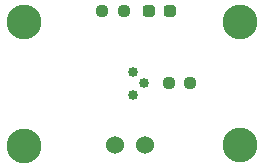
<source format=gbr>
%TF.GenerationSoftware,KiCad,Pcbnew,7.0.7*%
%TF.CreationDate,2023-11-07T19:30:11-06:00*%
%TF.ProjectId,LD_Breakout,4c445f42-7265-4616-9b6f-75742e6b6963,rev?*%
%TF.SameCoordinates,Original*%
%TF.FileFunction,Soldermask,Top*%
%TF.FilePolarity,Negative*%
%FSLAX46Y46*%
G04 Gerber Fmt 4.6, Leading zero omitted, Abs format (unit mm)*
G04 Created by KiCad (PCBNEW 7.0.7) date 2023-11-07 19:30:11*
%MOMM*%
%LPD*%
G01*
G04 APERTURE LIST*
G04 Aperture macros list*
%AMRoundRect*
0 Rectangle with rounded corners*
0 $1 Rounding radius*
0 $2 $3 $4 $5 $6 $7 $8 $9 X,Y pos of 4 corners*
0 Add a 4 corners polygon primitive as box body*
4,1,4,$2,$3,$4,$5,$6,$7,$8,$9,$2,$3,0*
0 Add four circle primitives for the rounded corners*
1,1,$1+$1,$2,$3*
1,1,$1+$1,$4,$5*
1,1,$1+$1,$6,$7*
1,1,$1+$1,$8,$9*
0 Add four rect primitives between the rounded corners*
20,1,$1+$1,$2,$3,$4,$5,0*
20,1,$1+$1,$4,$5,$6,$7,0*
20,1,$1+$1,$6,$7,$8,$9,0*
20,1,$1+$1,$8,$9,$2,$3,0*%
G04 Aperture macros list end*
%ADD10C,1.524000*%
%ADD11C,2.946400*%
%ADD12RoundRect,0.237500X-0.250000X-0.237500X0.250000X-0.237500X0.250000X0.237500X-0.250000X0.237500X0*%
%ADD13RoundRect,0.237500X0.250000X0.237500X-0.250000X0.237500X-0.250000X-0.237500X0.250000X-0.237500X0*%
%ADD14RoundRect,0.237500X0.287500X0.237500X-0.287500X0.237500X-0.287500X-0.237500X0.287500X-0.237500X0*%
%ADD15C,0.850000*%
G04 APERTURE END LIST*
D10*
%TO.C,Conn2*%
X133477000Y-83834000D03*
X130937000Y-83834000D03*
%TD*%
D11*
%TO.C,H4*%
X123234580Y-83902420D03*
%TD*%
D12*
%TO.C,R3*%
X129897500Y-72491600D03*
X131722500Y-72491600D03*
%TD*%
D13*
%TO.C,R4*%
X137324500Y-78627000D03*
X135499500Y-78627000D03*
%TD*%
D11*
%TO.C,H1*%
X123291600Y-73406000D03*
%TD*%
%TO.C,H3*%
X141579600Y-83820000D03*
%TD*%
%TO.C,H2*%
X141579600Y-73406000D03*
%TD*%
D14*
%TO.C,D2*%
X135584500Y-72491600D03*
X133834500Y-72491600D03*
%TD*%
D15*
%TO.C,LD2*%
X132461000Y-77627000D03*
X133461000Y-78627000D03*
X132461000Y-79627000D03*
%TD*%
M02*

</source>
